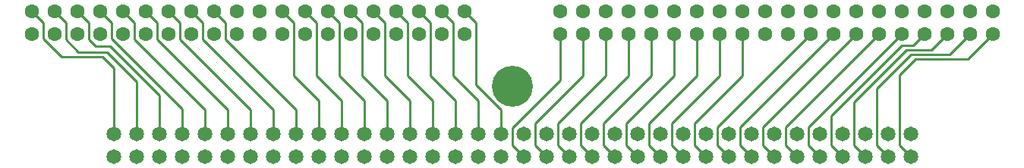
<source format=gtl>
G04*
G04 #@! TF.GenerationSoftware,Altium Limited,Altium Designer,20.2.6 (244)*
G04*
G04 Layer_Physical_Order=1*
G04 Layer_Color=255*
%FSAX24Y24*%
%MOIN*%
G70*
G04*
G04 #@! TF.SameCoordinates,79835426-5826-47FF-A966-97B9D47979B7*
G04*
G04*
G04 #@! TF.FilePolarity,Positive*
G04*
G01*
G75*
%ADD12C,0.0100*%
%ADD18C,0.0650*%
%ADD19C,0.0630*%
%ADD20C,0.1800*%
D12*
X269589Y127065D02*
Y129565D01*
X271089Y131065D01*
X270589Y127065D02*
Y130165D01*
X270689Y131465D02*
X271189D01*
X269589Y127065D02*
Y129565D01*
X271089Y131065D01*
X271289Y130865D02*
X273589D01*
X267589Y127065D02*
Y128365D01*
X268589Y128965D02*
X270889Y131265D01*
X271089Y131065D02*
X272789D01*
X270589Y130165D02*
X271289Y130865D01*
X270589Y127065D02*
Y130165D01*
X270889Y131265D02*
X271989D01*
X268589Y127065D02*
Y128965D01*
X270589Y130165D02*
X271289Y130865D01*
X267589Y128365D02*
X270689Y131465D01*
X233789Y130965D02*
X235589D01*
X236089Y130465D01*
X237089Y127565D02*
Y129865D01*
X235989Y131765D02*
Y132465D01*
Y131765D02*
X239089Y128665D01*
X238089Y127565D02*
Y129265D01*
X236089Y127565D02*
Y130465D01*
X234539Y131165D02*
X235789D01*
X237089Y129865D01*
X239089Y127565D02*
Y128665D01*
X235289Y131415D02*
X235939D01*
X238089Y129265D01*
X251989Y129715D02*
X253089Y128615D01*
Y127565D02*
Y128615D01*
X251989Y129715D02*
Y132465D01*
X253589Y127815D02*
X255689Y129915D01*
X253589Y127065D02*
Y127815D01*
X255689Y129915D02*
Y131965D01*
X256689Y130115D02*
Y131965D01*
X254589Y127065D02*
Y128015D01*
X256689Y130115D01*
X273589Y130865D02*
X274689Y131965D01*
X272789Y131065D02*
X273689Y131965D01*
X271989Y131265D02*
X272689Y131965D01*
X263689Y130115D02*
Y131965D01*
X262689Y130115D02*
Y131965D01*
X261689Y130115D02*
Y131965D01*
X260689Y130115D02*
Y131965D01*
X259689Y130115D02*
Y131965D01*
X258689Y130115D02*
Y131965D01*
X257689Y130115D02*
Y131965D01*
X262589Y127865D02*
X266689Y131965D01*
X261589Y128015D02*
X263689Y130115D01*
X263589Y127865D02*
X267689Y131965D01*
X264589Y127865D02*
X268689Y131965D01*
X266589Y127865D02*
X270689Y131965D01*
X265589Y127865D02*
X269689Y131965D01*
X260589Y128015D02*
X262689Y130115D01*
X270589Y127065D02*
X271089Y126565D01*
X269589Y127065D02*
X270089Y126565D01*
X268589Y127065D02*
X269089Y126565D01*
X267589Y127065D02*
X268089Y126565D01*
X266589Y127065D02*
Y127865D01*
Y127065D02*
X267089Y126565D01*
X265589Y127065D02*
Y127865D01*
Y127065D02*
X266089Y126565D01*
X264589Y127065D02*
Y127865D01*
Y127065D02*
X265089Y126565D01*
X263589Y127065D02*
Y127865D01*
Y127065D02*
X264089Y126565D01*
X262589Y127065D02*
Y127865D01*
Y127065D02*
X263089Y126565D01*
X261589Y127065D02*
Y128015D01*
Y127065D02*
X262089Y126565D01*
X260589Y127065D02*
Y128015D01*
Y127065D02*
X261089Y126565D01*
X259589Y127065D02*
X260089Y126565D01*
X259589Y127065D02*
Y128015D01*
X261689Y130115D01*
X258589Y127065D02*
X259089Y126565D01*
X258589Y127065D02*
Y128015D01*
X260689Y130115D01*
X257589Y127065D02*
X258089Y126565D01*
X257589Y127065D02*
Y128015D01*
X259689Y130115D01*
X256589Y127065D02*
X257089Y126565D01*
X256589Y127065D02*
Y128015D01*
X258689Y130115D01*
X255589Y127065D02*
X256089Y126565D01*
X255589Y127065D02*
Y128015D01*
X257689Y130115D01*
X254589Y127065D02*
X255089Y126565D01*
X253589Y127065D02*
X254089Y126565D01*
X271189Y131465D02*
X271689Y131965D01*
X234989Y131715D02*
X235289Y131415D01*
X234989Y131715D02*
Y132465D01*
X232989Y131765D02*
Y132465D01*
Y131765D02*
X233789Y130965D01*
X233989Y131715D02*
X234539Y131165D01*
X233989Y131715D02*
Y132465D01*
X234489Y132965D02*
X234989Y132465D01*
X240089Y127565D02*
Y128615D01*
X240989Y131715D02*
Y132465D01*
X239989Y131715D02*
X243089Y128615D01*
X242089Y127565D02*
Y128615D01*
X241089Y127565D02*
Y128615D01*
X244089Y127565D02*
Y128615D01*
X239989Y131715D02*
Y132465D01*
X238989Y131715D02*
X242089Y128615D01*
X238989Y131715D02*
Y132465D01*
X237989Y131715D02*
X241089Y128615D01*
X237989Y131715D02*
Y132465D01*
X240989Y131715D02*
X244089Y128615D01*
X243089Y127565D02*
Y128615D01*
X236989Y131715D02*
X240089Y128615D01*
X236989Y131715D02*
Y132465D01*
X251089Y127565D02*
Y129015D01*
X245989Y130115D02*
X247089Y129015D01*
X246089Y127565D02*
Y129015D01*
X246989Y130115D02*
X248089Y129015D01*
X245089Y127565D02*
Y129015D01*
X243989Y130115D02*
X245089Y129015D01*
X250989Y130115D02*
X252089Y129015D01*
X247089Y127565D02*
Y129015D01*
X247989Y130115D02*
X249089Y129015D01*
X248089Y127565D02*
Y129015D01*
X252089Y127565D02*
Y129015D01*
X249989Y130115D02*
X251089Y129015D01*
X250089Y127565D02*
Y129015D01*
X248989Y130115D02*
X250089Y129015D01*
X244989Y130115D02*
X246089Y129015D01*
X249089Y127565D02*
Y129015D01*
X251489Y132965D02*
X251989Y132465D01*
X250989Y130115D02*
Y132465D01*
X250489Y132965D02*
X250989Y132465D01*
X249989Y130115D02*
Y132465D01*
X249489Y132965D02*
X249989Y132465D01*
X248989Y130115D02*
Y132465D01*
X248489Y132965D02*
X248989Y132465D01*
X247989Y130115D02*
Y132465D01*
X247489Y132965D02*
X247989Y132465D01*
X246989Y130115D02*
Y132465D01*
X246489Y132965D02*
X246989Y132465D01*
X245989Y130115D02*
Y132465D01*
X245489Y132965D02*
X245989Y132465D01*
X244489Y132965D02*
X244989Y132465D01*
Y130115D02*
Y132465D01*
X243989Y130115D02*
Y132465D01*
X243489Y132965D02*
X243989Y132465D01*
X240489Y132965D02*
X240989Y132465D01*
X239489Y132965D02*
X239989Y132465D01*
X238489Y132965D02*
X238989Y132465D01*
X237489Y132965D02*
X237989Y132465D01*
X236489Y132965D02*
X236989Y132465D01*
X235489Y132965D02*
X235989Y132465D01*
X233489Y132965D02*
X233989Y132465D01*
X232489Y132965D02*
X232989Y132465D01*
D18*
X271089Y126565D02*
D03*
X270089D02*
D03*
X269089Y126565D02*
D03*
X268089Y126565D02*
D03*
X267089D02*
D03*
X271089Y127565D02*
D03*
X270089D02*
D03*
X269089Y127565D02*
D03*
X268089Y127565D02*
D03*
X267089D02*
D03*
X256089Y126565D02*
D03*
X255089Y126565D02*
D03*
X256089Y127565D02*
D03*
X255089Y127565D02*
D03*
X252089Y126565D02*
D03*
Y127565D02*
D03*
X250089Y126565D02*
D03*
Y127565D02*
D03*
X248089Y126565D02*
D03*
Y127565D02*
D03*
X245089Y126565D02*
D03*
Y127565D02*
D03*
X243089Y126565D02*
D03*
Y127565D02*
D03*
X241089Y126565D02*
D03*
Y127565D02*
D03*
X240089Y126565D02*
D03*
Y127565D02*
D03*
X237089Y126565D02*
D03*
Y127565D02*
D03*
X236089Y126565D02*
D03*
Y127565D02*
D03*
X238089Y127565D02*
D03*
Y126565D02*
D03*
X239089Y127565D02*
D03*
Y126565D02*
D03*
X242089Y127565D02*
D03*
Y126565D02*
D03*
X244089Y127565D02*
D03*
Y126565D02*
D03*
X246089Y127565D02*
D03*
Y126565D02*
D03*
X247089Y127565D02*
D03*
Y126565D02*
D03*
X249089Y127565D02*
D03*
Y126565D02*
D03*
X251089Y127565D02*
D03*
Y126565D02*
D03*
X253089Y127565D02*
D03*
X254089D02*
D03*
X253089Y126565D02*
D03*
X254089D02*
D03*
X257089Y127565D02*
D03*
X258089D02*
D03*
X259089D02*
D03*
X260089Y127565D02*
D03*
X261089Y127565D02*
D03*
X262089D02*
D03*
X263089D02*
D03*
X264089D02*
D03*
X265089Y127565D02*
D03*
X266089Y127565D02*
D03*
X257089Y126565D02*
D03*
X258089D02*
D03*
X259089D02*
D03*
X260089Y126565D02*
D03*
X261089Y126565D02*
D03*
X262089D02*
D03*
X263089D02*
D03*
X264089D02*
D03*
X265089Y126565D02*
D03*
X266089Y126565D02*
D03*
D19*
X241489Y131965D02*
D03*
X242489D02*
D03*
Y132965D02*
D03*
X241489D02*
D03*
X240489Y131965D02*
D03*
X239489Y131965D02*
D03*
X240489Y132965D02*
D03*
X239489Y132965D02*
D03*
X232489Y132965D02*
D03*
Y131965D02*
D03*
X233489Y132965D02*
D03*
Y131965D02*
D03*
X234489Y132965D02*
D03*
Y131965D02*
D03*
X235489Y132965D02*
D03*
Y131965D02*
D03*
X236489Y132965D02*
D03*
X237489D02*
D03*
X236489Y131965D02*
D03*
X237489D02*
D03*
X238489Y132965D02*
D03*
Y131965D02*
D03*
X243489Y132965D02*
D03*
Y131965D02*
D03*
X244489Y132965D02*
D03*
X245489Y132965D02*
D03*
X246489D02*
D03*
X247489D02*
D03*
X244489Y131965D02*
D03*
X245489Y131965D02*
D03*
X246489D02*
D03*
X247489D02*
D03*
X248489Y132965D02*
D03*
X249489Y132965D02*
D03*
X250489D02*
D03*
X251489D02*
D03*
X248489Y131965D02*
D03*
X249489Y131965D02*
D03*
X250489D02*
D03*
X251489D02*
D03*
X264689D02*
D03*
X265689D02*
D03*
Y132965D02*
D03*
X264689D02*
D03*
X263689Y131965D02*
D03*
X262689Y131965D02*
D03*
X263689Y132965D02*
D03*
X262689Y132965D02*
D03*
X255689Y132965D02*
D03*
Y131965D02*
D03*
X256689Y132965D02*
D03*
Y131965D02*
D03*
X257689Y132965D02*
D03*
Y131965D02*
D03*
X258689Y132965D02*
D03*
Y131965D02*
D03*
X259689Y132965D02*
D03*
X260689D02*
D03*
X259689Y131965D02*
D03*
X260689D02*
D03*
X261689Y132965D02*
D03*
Y131965D02*
D03*
X266689Y132965D02*
D03*
Y131965D02*
D03*
X267689Y132965D02*
D03*
X268689Y132965D02*
D03*
X269689D02*
D03*
X270689D02*
D03*
X267689Y131965D02*
D03*
X268689Y131965D02*
D03*
X269689D02*
D03*
X270689D02*
D03*
X271689Y132965D02*
D03*
X272689Y132965D02*
D03*
X273689D02*
D03*
X274689D02*
D03*
X271689Y131965D02*
D03*
X272689Y131965D02*
D03*
X273689D02*
D03*
X274689D02*
D03*
D20*
X253589Y129665D02*
D03*
M02*

</source>
